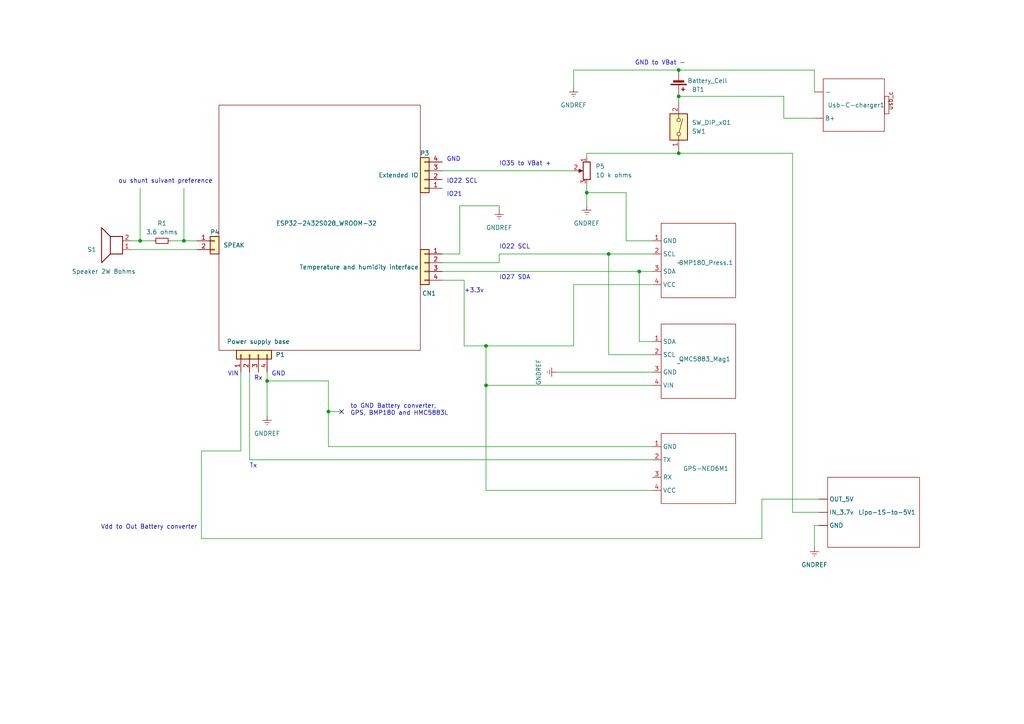
<source format=kicad_sch>
(kicad_sch (version 20230121) (generator eeschema)
  (paper "A4")
  (title_block (title "BertheVarioTac") (date "2024-10-06") (rev "1.0") (comment 1 "Author : SpinBerthe"))
  (lib_symbols
    (symbol "BertheLibrary:ESP32"
      (property "Reference" "ESP32-2432S028" (at 0 0 0))
      (symbol "ESP32_0_1"
        (rectangle (start -29.21 35.56) (end 29.21 -35.56))
      )
    )
    (symbol "BertheLibrary:GPS-NEO6"
      (property "Reference" "GPS-NEO6M" (at 0 0 0))
      (symbol "GPS-NEO6_0_1"
        (rectangle (start -11.43 10.16) (end 10.16 -10.16))
      )
      (symbol "GPS-NEO6_1_1"
        (pin input line (at -13.97 6.35 0) (length 2.54) (name "GND") (number "1"))
        (pin input line (at -13.97 2.54 0) (length 2.54) (name "TX") (number "2"))
        (pin input line (at -13.97 -2.54 0) (length 2.54) (name "RX") (number "3"))
        (pin input line (at -13.97 -6.35 0) (length 2.54) (name "VCC") (number "4"))
      )
    )
    (symbol "BertheLibrary:Lipo-to-5v"
      (property "Reference" "Lipo-1S-to-5V" (at 5.08 0 0))
      (symbol "Lipo-to-5v_0_1"
        (rectangle (start -11.43 10.16) (end 15.24 -10.16))
      )
      (symbol "Lipo-to-5v_1_1"
        (pin input line (at -13.97 -3.81 0) (length 2.54) (name "GND") (number ""))
        (pin input line (at -13.97 0 0) (length 2.54) (name "IN_3.7v") (number ""))
        (pin input line (at -13.97 3.81 0) (length 2.54) (name "OUT_5V") (number ""))
      )
    )
    (symbol "BertheLibrary:QMC5883"
      (property "Reference" "NOM" (at 5.08 0 0))
      (symbol "QMC5883_0_1"
        (rectangle (start -5.08 11.43) (end 16.51 -10.16))
      )
      (symbol "QMC5883_1_1"
        (pin input line (at -7.62 6.35 0) (length 2.54) (name "SDA") (number "1"))
        (pin input line (at -7.62 2.54 0) (length 2.54) (name "SCL") (number "2"))
        (pin input line (at -7.62 -2.54 0) (length 2.54) (name "GND") (number "3"))
        (pin input line (at -7.62 -6.35 0) (length 2.54) (name "VIN") (number "4"))
      )
    )
    (symbol "BertheLibrary:Usb_c_charger"
      (property "Reference" "Usb-C-charger" (at 0 0 0))
      (symbol "Usb_c_charger_0_1"
        (rectangle (start -8.89 7.62) (end 8.89 -7.62))
      )
      (symbol "Usb_c_charger_1_1"
        (text_box "usb_c\n" (at 8.89 2.54 90) (size 1.27 -5.08) (effects (font (size 1.27 1.27)) (justify left top)))
        (pin input line (at -11.43 3.81 0) (length 2.54) (name "-") (number ""))
        (pin input line (at -11.43 -3.81 0) (length 2.54) (name "B+") (number ""))
      )
    )
    (symbol "BertheLibrary:carre_simple"
      (property "Reference" "NOM" (at 5.08 0 0))
      (symbol "carre_simple_0_1"
        (rectangle (start -5.08 11.43) (end 16.51 -10.16))
      )
      (symbol "carre_simple_1_1"
        (pin input line (at -7.62 6.35 0) (length 2.54) (name "GND") (number "1"))
        (pin input line (at -7.62 2.54 0) (length 2.54) (name "SCL") (number "2"))
        (pin input line (at -7.62 -2.54 0) (length 2.54) (name "SDA") (number "3"))
        (pin input line (at -7.62 -6.35 0) (length 2.54) (name "VCC") (number "4"))
      )
    )
    (symbol "Connector_Generic:Conn_01x02" (pin_names (offset 1.016) hide)
      (property "Reference" "J" (at 0 2.54 0))
      (property "Value" "Conn_01x02" (at 0 -5.08 0))
      (symbol "Conn_01x02_1_1"
        (rectangle (start -1.27 -2.413) (end 0 -2.667) (stroke (width 0.1524)))
        (rectangle (start -1.27 0.127) (end 0 -0.127) (stroke (width 0.1524)))
        (rectangle (start -1.27 1.27) (end 1.27 -3.81) (stroke (width 0.254)) (fill (type background)))
        (pin passive line (at -5.08 0 0) (length 3.81) (name "Pin_1") (number "1"))
        (pin passive line (at -5.08 -2.54 0) (length 3.81) (name "Pin_2") (number "2"))
      )
    )
    (symbol "Connector_Generic:Conn_01x04" (pin_names (offset 1.016) hide)
      (property "Reference" "J" (at 0 5.08 0))
      (property "Value" "Conn_01x04" (at 0 -7.62 0))
      (symbol "Conn_01x04_1_1"
        (rectangle (start -1.27 -4.953) (end 0 -5.207) (stroke (width 0.1524)))
        (rectangle (start -1.27 -2.413) (end 0 -2.667) (stroke (width 0.1524)))
        (rectangle (start -1.27 0.127) (end 0 -0.127) (stroke (width 0.1524)))
        (rectangle (start -1.27 2.667) (end 0 2.413) (stroke (width 0.1524)))
        (rectangle (start -1.27 3.81) (end 1.27 -6.35) (stroke (width 0.254)) (fill (type background)))
        (pin passive line (at -5.08 2.54 0) (length 3.81) (name "Pin_1") (number "1"))
        (pin passive line (at -5.08 0 0) (length 3.81) (name "Pin_2") (number "2"))
        (pin passive line (at -5.08 -2.54 0) (length 3.81) (name "Pin_3") (number "3"))
        (pin passive line (at -5.08 -5.08 0) (length 3.81) (name "Pin_4") (number "4"))
      )
    )
    (symbol "Device:Battery_Cell" (pin_numbers hide) (pin_names (offset 0) hide)
      (property "Reference" "BT" (at 2.54 2.54 0))
      (property "Value" "Battery_Cell" (at 2.54 0 0))
      (symbol "Battery_Cell_0_1"
        (rectangle (start -2.286 1.778) (end 2.286 1.524) (fill (type outline)))
        (rectangle (start -1.524 1.016) (end 1.524 0.508) (fill (type outline)))
        (polyline (pts (xy 0 0.762) (xy 0 0)))
        (polyline (pts (xy 0 1.778) (xy 0 2.54)))
        (polyline (pts (xy 0.762 3.048) (xy 1.778 3.048)) (stroke (width 0.254)))
        (polyline (pts (xy 1.27 3.556) (xy 1.27 2.54)) (stroke (width 0.254)))
      )
      (symbol "Battery_Cell_1_1"
        (pin passive line (at 0 5.08 270) (length 2.54) (name "+") (number "1"))
        (pin passive line (at 0 -2.54 90) (length 2.54) (name "-") (number "2"))
      )
    )
    (symbol "Device:R_Potentiometer" (pin_names (offset 1.016) hide)
      (property "Reference" "RV" (at -4.445 0 90))
      (property "Value" "R_Potentiometer" (at -2.54 0 90))
      (symbol "R_Potentiometer_0_1"
        (polyline (pts (xy 2.54 0) (xy 1.524 0)))
        (polyline (pts (xy 1.143 0) (xy 2.286 0.508) (xy 2.286 -0.508) (xy 1.143 0)) (fill (type outline)))
        (rectangle (start 1.016 2.54) (end -1.016 -2.54) (stroke (width 0.254)))
      )
      (symbol "R_Potentiometer_1_1"
        (pin passive line (at 0 3.81 270) (length 1.27) (name "1") (number "1"))
        (pin passive line (at 3.81 0 180) (length 1.27) (name "2") (number "2"))
        (pin passive line (at 0 -3.81 90) (length 1.27) (name "3") (number "3"))
      )
    )
    (symbol "Device:R_Small" (pin_numbers hide) (pin_names (offset 0.254) hide)
      (property "Reference" "R" (at 0.762 0.508 0))
      (property "Value" "R_Small" (at 0.762 -1.016 0))
      (symbol "R_Small_0_1"
        (rectangle (start -0.762 1.778) (end 0.762 -1.778) (stroke (width 0.2032)))
      )
      (symbol "R_Small_1_1"
        (pin passive line (at 0 2.54 270) (length 0.762) (name "~") (number "1"))
        (pin passive line (at 0 -2.54 90) (length 0.762) (name "~") (number "2"))
      )
    )
    (symbol "Device:Speaker" (pin_names (offset 0) hide)
      (property "Reference" "LS" (at 1.27 5.715 0))
      (property "Value" "Speaker" (at 1.27 3.81 0))
      (symbol "Speaker_0_0"
        (rectangle (start -2.54 1.27) (end 1.016 -3.81) (stroke (width 0.254)))
        (polyline (pts (xy 1.016 1.27) (xy 3.556 3.81) (xy 3.556 -6.35) (xy 1.016 -3.81)) (stroke (width 0.254)))
      )
      (symbol "Speaker_1_1"
        (pin input line (at -5.08 0 0) (length 2.54) (name "1") (number "1"))
        (pin input line (at -5.08 -2.54 0) (length 2.54) (name "2") (number "2"))
      )
    )
    (symbol "Switch:SW_DIP_x01" (pin_names (offset 0) hide)
      (property "Reference" "SW" (at 0 3.81 0))
      (property "Value" "SW_DIP_x01" (at 0 -3.81 0))
      (symbol "SW_DIP_x01_0_0"
        (circle (center -2.032 0) (radius 0.508))
        (polyline (pts (xy -1.524 0.127) (xy 2.3622 1.1684)))
        (circle (center 2.032 0) (radius 0.508))
      )
      (symbol "SW_DIP_x01_0_1"
        (rectangle (start -3.81 2.54) (end 3.81 -2.54) (stroke (width 0.254)) (fill (type background)))
      )
      (symbol "SW_DIP_x01_1_1"
        (pin passive line (at -7.62 0 0) (length 5.08) (name "~") (number "1"))
        (pin passive line (at 7.62 0 180) (length 5.08) (name "~") (number "2"))
      )
    )
    (symbol "power:GNDREF" (power) (pin_names (offset 0))
      (property "Value" "GNDREF" (at 0 -3.81 0))
      (symbol "GNDREF_0_1"
        (polyline (pts (xy -0.635 -1.905) (xy 0.635 -1.905)))
        (polyline (pts (xy -0.127 -2.54) (xy 0.127 -2.54)))
        (polyline (pts (xy 0 -1.27) (xy 0 0)))
        (polyline (pts (xy 1.27 -1.27) (xy -1.27 -1.27)))
      )
      (symbol "GNDREF_1_1"
        (pin power_in line (at 0 0 270) (length 0) hide (name "GNDREF") (number "1"))
      )
    )
  )
  (junction (at 196.85 44.45))
  (junction (at 77.47 110.49))
  (junction (at 185.42 78.74))
  (junction (at 176.53 73.66))
  (junction (at 95.25 119.38))
  (junction (at 140.97 111.76))
  (junction (at 196.85 27.94))
  (junction (at 140.97 100.33))
  (junction (at 53.34 69.85))
  (junction (at 40.64 69.85))
  (junction (at 196.85 20.32))
  (junction (at 170.18 55.88))
  (no_connect (at 99.06 119.38))
  (wire (pts (xy 170.18 55.88) (xy 181.61 55.88)))
  (wire (pts (xy 236.22 152.4) (xy 236.22 158.75)))
  (wire (pts (xy 170.18 44.45) (xy 196.85 44.45)))
  (wire (pts (xy 49.53 69.85) (xy 53.34 69.85)))
  (wire (pts (xy 95.25 119.38) (xy 99.06 119.38)))
  (wire (pts (xy 236.22 26.67) (xy 236.22 20.32)))
  (wire (pts (xy 185.42 78.74) (xy 189.23 78.74)))
  (wire (pts (xy 77.47 110.49) (xy 77.47 107.95)))
  (wire (pts (xy 58.42 130.81) (xy 58.42 156.21)))
  (wire (pts (xy 77.47 110.49) (xy 95.25 110.49)))
  (wire (pts (xy 181.61 55.88) (xy 181.61 69.85)))
  (wire (pts (xy 53.34 54.61) (xy 53.34 69.85)))
  (wire (pts (xy 53.34 69.85) (xy 57.15 69.85)))
  (wire (pts (xy 166.37 82.55) (xy 166.37 100.33)))
  (wire (pts (xy 176.53 102.87) (xy 189.23 102.87)))
  (wire (pts (xy 227.33 34.29) (xy 227.33 27.94)))
  (wire (pts (xy 176.53 73.66) (xy 176.53 102.87)))
  (wire (pts (xy 140.97 142.24) (xy 189.23 142.24)))
  (wire (pts (xy 166.37 20.32) (xy 196.85 20.32)))
  (wire (pts (xy 133.35 59.69) (xy 144.78 59.69)))
  (wire (pts (xy 170.18 44.45) (xy 170.18 45.72)))
  (wire (pts (xy 170.18 53.34) (xy 170.18 55.88)))
  (wire (pts (xy 229.87 44.45) (xy 229.87 148.59)))
  (wire (pts (xy 77.47 120.65) (xy 77.47 110.49)))
  (wire (pts (xy 227.33 27.94) (xy 196.85 27.94)))
  (wire (pts (xy 176.53 73.66) (xy 189.23 73.66)))
  (wire (pts (xy 40.64 69.85) (xy 40.64 54.61)))
  (wire (pts (xy 140.97 100.33) (xy 140.97 111.76)))
  (wire (pts (xy 128.27 78.74) (xy 185.42 78.74)))
  (wire (pts (xy 38.1 69.85) (xy 40.64 69.85)))
  (wire (pts (xy 144.78 73.66) (xy 176.53 73.66)))
  (wire (pts (xy 140.97 111.76) (xy 140.97 142.24)))
  (wire (pts (xy 181.61 69.85) (xy 189.23 69.85)))
  (wire (pts (xy 95.25 110.49) (xy 95.25 119.38)))
  (wire (pts (xy 185.42 99.06) (xy 189.23 99.06)))
  (wire (pts (xy 58.42 156.21) (xy 220.98 156.21)))
  (wire (pts (xy 40.64 69.85) (xy 44.45 69.85)))
  (wire (pts (xy 95.25 119.38) (xy 95.25 129.54)))
  (wire (pts (xy 134.62 100.33) (xy 140.97 100.33)))
  (wire (pts (xy 220.98 156.21) (xy 220.98 144.78)))
  (wire (pts (xy 128.27 73.66) (xy 133.35 73.66)))
  (wire (pts (xy 196.85 27.94) (xy 196.85 29.21)))
  (wire (pts (xy 144.78 59.69) (xy 144.78 60.96)))
  (wire (pts (xy 58.42 130.81) (xy 69.85 130.81)))
  (wire (pts (xy 72.39 133.35) (xy 189.23 133.35)))
  (wire (pts (xy 95.25 129.54) (xy 189.23 129.54)))
  (wire (pts (xy 170.18 55.88) (xy 170.18 59.69)))
  (wire (pts (xy 128.27 76.2) (xy 144.78 76.2)))
  (wire (pts (xy 220.98 144.78) (xy 237.49 144.78)))
  (wire (pts (xy 128.27 81.28) (xy 134.62 81.28)))
  (wire (pts (xy 128.27 49.53) (xy 166.37 49.53)))
  (wire (pts (xy 161.29 107.95) (xy 189.23 107.95)))
  (wire (pts (xy 236.22 20.32) (xy 196.85 20.32)))
  (wire (pts (xy 134.62 81.28) (xy 134.62 100.33)))
  (wire (pts (xy 69.85 130.81) (xy 69.85 107.95)))
  (wire (pts (xy 236.22 34.29) (xy 227.33 34.29)))
  (wire (pts (xy 140.97 111.76) (xy 189.23 111.76)))
  (wire (pts (xy 72.39 107.95) (xy 72.39 133.35)))
  (wire (pts (xy 166.37 25.4) (xy 166.37 20.32)))
  (wire (pts (xy 185.42 78.74) (xy 185.42 99.06)))
  (wire (pts (xy 229.87 148.59) (xy 237.49 148.59)))
  (wire (pts (xy 196.85 44.45) (xy 229.87 44.45)))
  (wire (pts (xy 38.1 72.39) (xy 57.15 72.39)))
  (wire (pts (xy 144.78 73.66) (xy 144.78 76.2)))
  (wire (pts (xy 237.49 152.4) (xy 236.22 152.4)))
  (wire (pts (xy 133.35 73.66) (xy 133.35 59.69)))
  (wire (pts (xy 189.23 82.55) (xy 166.37 82.55)))
  (wire (pts (xy 166.37 100.33) (xy 140.97 100.33)))
  (text "IO22 SCL" (at 144.78 72.39 0) (effects (font (size 1.27 1.27)) (justify left bottom)))
  (text "Vdd to Out Battery converter" (at 29.21 153.67 0) (effects (font (size 1.27 1.27)) (justify left bottom)))
  (text "GND" (at 129.54 46.99 0) (effects (font (size 1.27 1.27)) (justify left bottom)))
  (text "GND to VBat -" (at 184.15 19.05 0) (effects (font (size 1.27 1.27)) (justify left bottom)))
  (text "IO22 SCL" (at 129.54 53.34 0) (effects (font (size 1.27 1.27)) (justify left bottom)))
  (text "IO27 SDA" (at 144.78 81.28 0) (effects (font (size 1.27 1.27)) (justify left bottom)))
  (text "GND" (at 78.74 109.22 0) (effects (font (size 1.27 1.27)) (justify left bottom)))
  (text "Rx\n" (at 73.66 110.49 0) (effects (font (size 1.27 1.27)) (justify left bottom)))
  (text "IO21" (at 129.54 57.15 0) (effects (font (size 1.27 1.27)) (justify left bottom)))
  (text "IO35 to VBat +" (at 144.78 48.26 0) (effects (font (size 1.27 1.27)) (justify left bottom)))
  (text "to GND Battery converter,\nGPS, BMP180 and HMC5883L" (at 101.6 120.65 0) (effects (font (size 1.27 1.27)) (justify left bottom)))
  (text "+3.3v" (at 134.62 85.09 0) (effects (font (size 1.27 1.27)) (justify left bottom)))
  (text "VIN" (at 66.04 109.22 0) (effects (font (size 1.27 1.27)) (justify left bottom)))
  (text "ou shunt suivant preference" (at 34.29 53.34 0) (effects (font (size 1.27 1.27)) (justify left bottom)))
  (text "Tx" (at 72.39 135.89 0) (effects (font (size 1.27 1.27)) (justify left bottom)))
  (symbol (lib_id "BertheLibrary:QMC5883") (at 196.85 105.41 0) (unit 1)
    (property "Reference" "QMC5883_Mag1" (at 196.85 104.14 0) (effects (justify left)))
    (property "Value" "~" (at 196.85 105.41 0))
    (property "Footprint" "BertheShema:QMC5883" (effects hide))
  )
  (symbol (lib_id "Connector_Generic:Conn_01x02") (at 62.23 69.85 0) (unit 1)
    (property "Reference" "P4" (at 60.96 67.31 0) (effects (justify left)))
    (property "Value" "SPEAK" (at 64.77 71.12 0) (effects (justify left)))
    (property "Footprint" "BertheShema:2 trous standard" (effects hide))
  )
  (symbol (lib_id "Connector_Generic:Conn_01x04") (at 72.39 102.87 90) (unit 1)
    (property "Reference" "P1" (at 81.28 102.87 90))
    (property "Value" "Power supply base" (at 74.93 99.06 90))
    (property "Footprint" "BertheShema:4 trous standard" (effects hide))
  )
  (symbol (lib_id "Device:R_Small") (at 46.99 69.85 90) (unit 1)
    (property "Reference" "R1" (at 46.99 64.77 90))
    (property "Value" "3.6 ohms" (at 46.99 67.31 90))
    (property "Footprint" "Resistor_THT:R_Axial_DIN0207_L6.3mm_D2.5mm_P10.16mm_Horizontal" (effects hide))
  )
  (symbol (lib_id "BertheLibrary:Lipo-to-5v") (at 251.46 148.59 0) (unit 1)
    (property "Reference" "Lipo-1S-to-5V1" (at 248.92 148.59 0) (effects (justify left)))
    (property "Value" "-" (effects hide))
    (property "Footprint" "BertheShema:3 trous standard" (effects hide))
  )
  (symbol (lib_id "Device:Battery_Cell") (at 196.85 22.86 0) (mirror x) (unit 1)
    (property "Reference" "BT1" (at 200.66 25.9715 0) (effects (justify left)))
    (property "Value" "Battery_Cell" (at 199.39 23.4315 0) (effects (justify left)))
    (property "Footprint" "BertheShema:2 trous standard" (effects hide))
  )
  (symbol (lib_id "power:GNDREF") (at 144.78 60.96 0) (unit 1)
    (property "Reference" "#PWR0101" (effects hide))
    (property "Value" "GNDREF" (at 144.78 66.04 0))
  )
  (symbol (lib_id "power:GNDREF") (at 170.18 59.69 0) (unit 1)
    (property "Reference" "#PWR0104" (effects hide))
    (property "Value" "GNDREF" (at 170.18 64.77 0))
  )
  (symbol (lib_id "BertheLibrary:carre_simple") (at 196.85 76.2 0) (unit 1)
    (property "Reference" "BMP180_Press.1" (at 196.85 76.2 0) (effects (justify left)))
    (property "Value" "~" (at 196.85 76.2 0))
    (property "Footprint" "BertheShema:4 trous standard" (effects hide))
  )
  (symbol (lib_id "power:GNDREF") (at 236.22 158.75 0) (unit 1)
    (property "Reference" "#PWR0102" (effects hide))
    (property "Value" "GNDREF" (at 236.22 163.83 0))
  )
  (symbol (lib_id "BertheLibrary:Usb_c_charger") (at 247.65 30.48 0) (unit 1)
    (property "Reference" "Usb-C-charger1" (at 240.03 30.48 0) (effects (justify left)))
    (property "Value" "-" (effects hide))
    (property "Footprint" "BertheShema:2 trous standard" (effects hide))
  )
  (symbol (lib_id "Switch:SW_DIP_x01") (at 196.85 36.83 270) (mirror x) (unit 1)
    (property "Reference" "SW1" (at 200.66 38.1 90) (effects (justify left)))
    (property "Value" "SW_DIP_x01" (at 200.66 35.56 90) (effects (justify left)))
    (property "Footprint" "BertheShema:2 trous standard" (effects hide))
  )
  (symbol (lib_id "BertheLibrary:ESP32") (at 92.71 66.04 0) (unit 1)
    (property "Reference" "ESP32-2432S028_WROOM-32" (at 80.01 64.77 0) (effects (justify left)))
    (property "Value" "-" (effects hide))
    (property "Footprint" "Symbol:KiCad-Logo2_5mm_SilkScreen" (effects hide))
  )
  (symbol (lib_id "power:GNDREF") (at 77.47 120.65 0) (unit 1)
    (property "Reference" "#PWR0105" (effects hide))
    (property "Value" "GNDREF" (at 77.47 125.73 0))
  )
  (symbol (lib_id "Connector_Generic:Conn_01x04") (at 123.19 76.2 0) (mirror y) (unit 1)
    (property "Reference" "CN1" (at 124.46 85.09 0))
    (property "Value" "Temperature and humidity interface" (at 104.14 77.47 0))
    (property "Footprint" "BertheShema:4 trous standard" (effects hide))
  )
  (symbol (lib_id "BertheLibrary:GPS-NEO6") (at 203.2 135.89 0) (unit 1)
    (property "Reference" "GPS-NEO6M1" (at 198.12 135.89 0) (effects (justify left)))
    (property "Value" "-" (effects hide))
    (property "Footprint" "BertheShema:GPSNEO6V2" (effects hide))
  )
  (symbol (lib_id "Connector_Generic:Conn_01x04") (at 123.19 52.07 180) (unit 1)
    (property "Reference" "P3" (at 123.19 44.45 0))
    (property "Value" "Extended IO" (at 115.57 50.8 0))
    (property "Footprint" "BertheShema:4 trous standard" (effects hide))
  )
  (symbol (lib_id "Device:R_Potentiometer") (at 170.18 49.53 0) (mirror y) (unit 1)
    (property "Reference" "P5" (at 172.72 48.26 0) (effects (justify right)))
    (property "Value" "10 k ohms" (at 172.72 50.8 0) (effects (justify right)))
    (property "Footprint" "Potentiometer_THT:Potentiometer_ACP_CA14-H4_Horizontal" (effects hide))
  )
  (symbol (lib_id "power:GNDREF") (at 161.29 107.95 270) (mirror x) (unit 1)
    (property "Reference" "#PWR01" (effects hide))
    (property "Value" "GNDREF" (at 156.21 107.95 0))
  )
  (symbol (lib_id "power:GNDREF") (at 166.37 25.4 0) (unit 1)
    (property "Reference" "#PWR0103" (effects hide))
    (property "Value" "GNDREF" (at 166.37 30.48 0))
  )
  (symbol (lib_id "Device:Speaker") (at 33.02 72.39 180) (unit 1)
    (property "Reference" "S1" (at 27.94 72.39 0) (effects (justify left)))
    (property "Value" "Speaker 2W 8ohms" (at 39.37 78.74 0) (effects (justify left)))
    (property "Footprint" "BertheShema:2 trous standard" (effects hide))
  )
)
</source>
